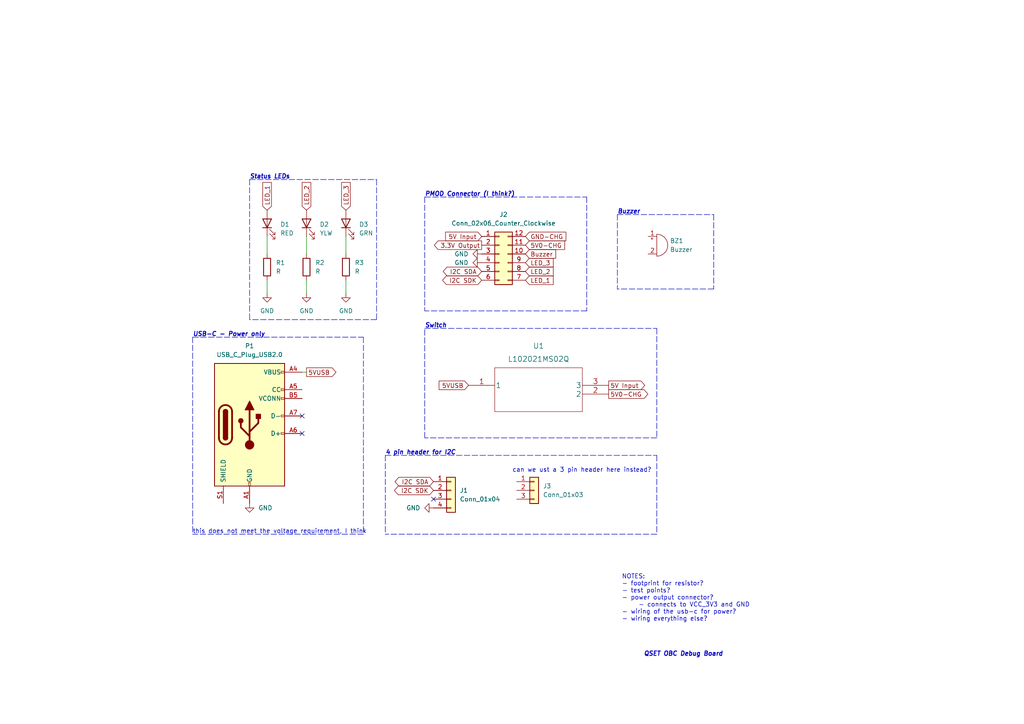
<source format=kicad_sch>
(kicad_sch (version 20211123) (generator eeschema)
  (paper "A4")
  (lib_symbols
    (symbol "Connector:USB_C_Plug_USB2.0" (pin_names (offset 1.016))
      (property "Reference" "P" (at -10.16 19.05 0))
      (property "Value" "USB_C_Plug_USB2.0" (at 12.7 19.05 0))
      (symbol "USB_C_Plug_USB2.0_0_0"
        (rectangle (start -0.254 -17.78) (end 0.254 -16.764))
        (rectangle (start 10.16 -2.286) (end 9.144 -2.794))
        (rectangle (start 10.16 2.794) (end 9.144 2.286))
        (rectangle (start 10.16 7.874) (end 9.144 7.366))
        (rectangle (start 10.16 10.414) (end 9.144 9.906))
        (rectangle (start 10.16 15.494) (end 9.144 14.986))
      )
      (symbol "USB_C_Plug_USB2.0_0_1"
        (rectangle (start -10.16 17.78) (end 10.16 -17.78) (stroke (width 0.254)) (fill (type background)))
        (arc (start -8.89 -3.81) (mid -6.985 -5.715) (end -5.08 -3.81) (stroke (width 0.508)))
        (arc (start -7.62 -3.81) (mid -6.985 -4.445) (end -6.35 -3.81) (stroke (width 0.254)))
        (arc (start -7.62 -3.81) (mid -6.985 -4.445) (end -6.35 -3.81) (stroke (width 0.254)) (fill (type outline)))
        (rectangle (start -7.62 -3.81) (end -6.35 3.81) (stroke (width 0.254)) (fill (type outline)))
        (arc (start -6.35 3.81) (mid -6.985 4.445) (end -7.62 3.81) (stroke (width 0.254)))
        (arc (start -6.35 3.81) (mid -6.985 4.445) (end -7.62 3.81) (stroke (width 0.254)) (fill (type outline)))
        (arc (start -5.08 3.81) (mid -6.985 5.715) (end -8.89 3.81) (stroke (width 0.508)))
        (circle (center -2.54 1.143) (radius 0.635) (stroke (width 0.254)) (fill (type outline)))
        (circle (center 0 -5.842) (radius 1.27) (fill (type outline)))
        (polyline (pts (xy -8.89 -3.81) (xy -8.89 3.81)) (stroke (width 0.508)))
        (polyline (pts (xy -5.08 3.81) (xy -5.08 -3.81)) (stroke (width 0.508)))
        (polyline (pts (xy 0 -5.842) (xy 0 4.318)) (stroke (width 0.508)))
        (polyline (pts (xy 0 -3.302) (xy -2.54 -0.762) (xy -2.54 0.508)) (stroke (width 0.508)))
        (polyline (pts (xy 0 -2.032) (xy 2.54 0.508) (xy 2.54 1.778)) (stroke (width 0.508)))
        (polyline (pts (xy -1.27 4.318) (xy 0 6.858) (xy 1.27 4.318) (xy -1.27 4.318)) (stroke (width 0.254)) (fill (type outline)))
        (rectangle (start 1.905 1.778) (end 3.175 3.048) (stroke (width 0.254)) (fill (type outline)))
      )
      (symbol "USB_C_Plug_USB2.0_1_1"
        (pin passive line (at 0 -22.86 90) (length 5.08) (name "GND") (number "A1"))
        (pin passive line (at 0 -22.86 90) (length 5.08) hide (name "GND") (number "A12"))
        (pin passive line (at 15.24 15.24 180) (length 5.08) (name "VBUS") (number "A4"))
        (pin bidirectional line (at 15.24 10.16 180) (length 5.08) (name "CC") (number "A5"))
        (pin bidirectional line (at 15.24 -2.54 180) (length 5.08) (name "D+") (number "A6"))
        (pin bidirectional line (at 15.24 2.54 180) (length 5.08) (name "D-") (number "A7"))
        (pin passive line (at 15.24 15.24 180) (length 5.08) hide (name "VBUS") (number "A9"))
        (pin passive line (at 0 -22.86 90) (length 5.08) hide (name "GND") (number "B1"))
        (pin passive line (at 0 -22.86 90) (length 5.08) hide (name "GND") (number "B12"))
        (pin passive line (at 15.24 15.24 180) (length 5.08) hide (name "VBUS") (number "B4"))
        (pin bidirectional line (at 15.24 7.62 180) (length 5.08) (name "VCONN") (number "B5"))
        (pin passive line (at 15.24 15.24 180) (length 5.08) hide (name "VBUS") (number "B9"))
        (pin passive line (at -7.62 -22.86 90) (length 5.08) (name "SHIELD") (number "S1"))
      )
    )
    (symbol "Connector_Generic:Conn_01x03" (pin_names (offset 1.016) hide)
      (property "Reference" "J" (at 0 5.08 0))
      (property "Value" "Conn_01x03" (at 0 -5.08 0))
      (symbol "Conn_01x03_1_1"
        (rectangle (start -1.27 -2.413) (end 0 -2.667) (stroke (width 0.1524)))
        (rectangle (start -1.27 0.127) (end 0 -0.127) (stroke (width 0.1524)))
        (rectangle (start -1.27 2.667) (end 0 2.413) (stroke (width 0.1524)))
        (rectangle (start -1.27 3.81) (end 1.27 -3.81) (stroke (width 0.254)) (fill (type background)))
        (pin passive line (at -5.08 2.54 0) (length 3.81) (name "Pin_1") (number "1"))
        (pin passive line (at -5.08 0 0) (length 3.81) (name "Pin_2") (number "2"))
        (pin passive line (at -5.08 -2.54 0) (length 3.81) (name "Pin_3") (number "3"))
      )
    )
    (symbol "Connector_Generic:Conn_01x04" (pin_names (offset 1.016) hide)
      (property "Reference" "J" (at 0 5.08 0))
      (property "Value" "Conn_01x04" (at 0 -7.62 0))
      (symbol "Conn_01x04_1_1"
        (rectangle (start -1.27 -4.953) (end 0 -5.207) (stroke (width 0.1524)))
        (rectangle (start -1.27 -2.413) (end 0 -2.667) (stroke (width 0.1524)))
        (rectangle (start -1.27 0.127) (end 0 -0.127) (stroke (width 0.1524)))
        (rectangle (start -1.27 2.667) (end 0 2.413) (stroke (width 0.1524)))
        (rectangle (start -1.27 3.81) (end 1.27 -6.35) (stroke (width 0.254)) (fill (type background)))
        (pin passive line (at -5.08 2.54 0) (length 3.81) (name "Pin_1") (number "1"))
        (pin passive line (at -5.08 0 0) (length 3.81) (name "Pin_2") (number "2"))
        (pin passive line (at -5.08 -2.54 0) (length 3.81) (name "Pin_3") (number "3"))
        (pin passive line (at -5.08 -5.08 0) (length 3.81) (name "Pin_4") (number "4"))
      )
    )
    (symbol "Connector_Generic:Conn_02x06_Counter_Clockwise" (pin_names (offset 1.016) hide)
      (property "Reference" "J" (at 1.27 7.62 0))
      (property "Value" "Conn_02x06_Counter_Clockwise" (at 1.27 -10.16 0))
      (symbol "Conn_02x06_Counter_Clockwise_1_1"
        (rectangle (start -1.27 -7.493) (end 0 -7.747) (stroke (width 0.1524)))
        (rectangle (start -1.27 -4.953) (end 0 -5.207) (stroke (width 0.1524)))
        (rectangle (start -1.27 -2.413) (end 0 -2.667) (stroke (width 0.1524)))
        (rectangle (start -1.27 0.127) (end 0 -0.127) (stroke (width 0.1524)))
        (rectangle (start -1.27 2.667) (end 0 2.413) (stroke (width 0.1524)))
        (rectangle (start -1.27 5.207) (end 0 4.953) (stroke (width 0.1524)))
        (rectangle (start -1.27 6.35) (end 3.81 -8.89) (stroke (width 0.254)) (fill (type background)))
        (rectangle (start 3.81 -7.493) (end 2.54 -7.747) (stroke (width 0.1524)))
        (rectangle (start 3.81 -4.953) (end 2.54 -5.207) (stroke (width 0.1524)))
        (rectangle (start 3.81 -2.413) (end 2.54 -2.667) (stroke (width 0.1524)))
        (rectangle (start 3.81 0.127) (end 2.54 -0.127) (stroke (width 0.1524)))
        (rectangle (start 3.81 2.667) (end 2.54 2.413) (stroke (width 0.1524)))
        (rectangle (start 3.81 5.207) (end 2.54 4.953) (stroke (width 0.1524)))
        (pin passive line (at -5.08 5.08 0) (length 3.81) (name "Pin_1") (number "1"))
        (pin passive line (at 7.62 0 180) (length 3.81) (name "Pin_10") (number "10"))
        (pin passive line (at 7.62 2.54 180) (length 3.81) (name "Pin_11") (number "11"))
        (pin passive line (at 7.62 5.08 180) (length 3.81) (name "Pin_12") (number "12"))
        (pin passive line (at -5.08 2.54 0) (length 3.81) (name "Pin_2") (number "2"))
        (pin passive line (at -5.08 0 0) (length 3.81) (name "Pin_3") (number "3"))
        (pin passive line (at -5.08 -2.54 0) (length 3.81) (name "Pin_4") (number "4"))
        (pin passive line (at -5.08 -5.08 0) (length 3.81) (name "Pin_5") (number "5"))
        (pin passive line (at -5.08 -7.62 0) (length 3.81) (name "Pin_6") (number "6"))
        (pin passive line (at 7.62 -7.62 180) (length 3.81) (name "Pin_7") (number "7"))
        (pin passive line (at 7.62 -5.08 180) (length 3.81) (name "Pin_8") (number "8"))
        (pin passive line (at 7.62 -2.54 180) (length 3.81) (name "Pin_9") (number "9"))
      )
    )
    (symbol "Daughterboard_Symbols:L102021MS02Q" (pin_names (offset 0.254))
      (property "Reference" "U" (at 20.32 10.16 0))
      (property "Value" "L102021MS02Q" (at 20.32 7.62 0))
      (symbol "L102021MS02Q_1_1"
        (polyline (pts (xy 7.62 -7.62) (xy 33.02 -7.62)) (stroke (width 0.127)))
        (polyline (pts (xy 7.62 5.08) (xy 7.62 -7.62)) (stroke (width 0.127)))
        (polyline (pts (xy 33.02 -7.62) (xy 33.02 5.08)) (stroke (width 0.127)))
        (polyline (pts (xy 33.02 5.08) (xy 7.62 5.08)) (stroke (width 0.127)))
        (pin unspecified line (at 0 0 0) (length 7.62) (name "1") (number "1"))
        (pin unspecified line (at 40.64 -2.54 180) (length 7.62) (name "2") (number "2"))
        (pin unspecified line (at 40.64 0 180) (length 7.62) (name "3") (number "3"))
      )
    )
    (symbol "Device:Buzzer" (pin_names (offset 0.0254) hide)
      (property "Reference" "BZ" (at 3.81 1.27 0))
      (property "Value" "Buzzer" (at 3.81 -1.27 0))
      (symbol "Buzzer_0_1"
        (arc (start 0 -3.175) (mid 3.175 0) (end 0 3.175))
        (polyline (pts (xy -1.651 1.905) (xy -1.143 1.905)))
        (polyline (pts (xy -1.397 2.159) (xy -1.397 1.651)))
        (polyline (pts (xy 0 3.175) (xy 0 -3.175)))
      )
      (symbol "Buzzer_1_1"
        (pin passive line (at -2.54 2.54 0) (length 2.54) (name "-") (number "1"))
        (pin passive line (at -2.54 -2.54 0) (length 2.54) (name "+") (number "2"))
      )
    )
    (symbol "Device:LED" (pin_numbers hide) (pin_names (offset 1.016) hide)
      (property "Reference" "D" (at 0 2.54 0))
      (property "Value" "LED" (at 0 -2.54 0))
      (symbol "LED_0_1"
        (polyline (pts (xy -1.27 -1.27) (xy -1.27 1.27)) (stroke (width 0.254)))
        (polyline (pts (xy -1.27 0) (xy 1.27 0)))
        (polyline (pts (xy 1.27 -1.27) (xy 1.27 1.27) (xy -1.27 0) (xy 1.27 -1.27)) (stroke (width 0.254)))
        (polyline (pts (xy -3.048 -0.762) (xy -4.572 -2.286) (xy -3.81 -2.286) (xy -4.572 -2.286) (xy -4.572 -1.524)))
        (polyline (pts (xy -1.778 -0.762) (xy -3.302 -2.286) (xy -2.54 -2.286) (xy -3.302 -2.286) (xy -3.302 -1.524)))
      )
      (symbol "LED_1_1"
        (pin passive line (at -3.81 0 0) (length 2.54) (name "K") (number "1"))
        (pin passive line (at 3.81 0 180) (length 2.54) (name "A") (number "2"))
      )
    )
    (symbol "Device:R" (pin_numbers hide) (pin_names (offset 0))
      (property "Reference" "R" (at 2.032 0 90))
      (property "Value" "R" (at 0 0 90))
      (symbol "R_0_1"
        (rectangle (start -1.016 -2.54) (end 1.016 2.54) (stroke (width 0.254)))
      )
      (symbol "R_1_1"
        (pin passive line (at 0 3.81 270) (length 1.27) (name "~") (number "1"))
        (pin passive line (at 0 -3.81 90) (length 1.27) (name "~") (number "2"))
      )
    )
    (symbol "power:GND" (power) (pin_names (offset 0))
      (property "Value" "GND" (at 0 -3.81 0))
      (symbol "GND_0_1"
        (polyline (pts (xy 0 0) (xy 0 -1.27) (xy 1.27 -1.27) (xy 0 -2.54) (xy -1.27 -1.27) (xy 0 -1.27)))
      )
      (symbol "GND_1_1"
        (pin power_in line (at 0 0 270) (length 0) hide (name "GND") (number "1"))
      )
    )
  )
  (no_connect (at 87.63 125.73))
  (no_connect (at 125.73 144.78))
  (no_connect (at 87.63 120.65))
  (polyline (pts (xy 179.07 62.23) (xy 207.01 62.23)))
  (polyline (pts (xy 55.88 97.79) (xy 55.88 154.94)))
  (polyline (pts (xy 111.76 132.08) (xy 111.76 154.94)))
  (polyline (pts (xy 72.39 52.07) (xy 109.22 52.07)))
  (polyline (pts (xy 123.19 95.25) (xy 190.5 95.25)))
  (wire (pts (xy 88.9 68.58) (xy 88.9 73.66)))
  (polyline (pts (xy 179.07 62.23) (xy 179.07 83.82)))
  (wire (pts (xy 77.47 68.58) (xy 77.47 73.66)))
  (wire (pts (xy 100.33 68.58) (xy 100.33 73.66)))
  (polyline (pts (xy 190.5 95.25) (xy 190.5 127)))
  (wire (pts (xy 100.33 85.09) (xy 100.33 81.28)))
  (polyline (pts (xy 111.76 132.08) (xy 190.5 132.08)))
  (polyline (pts (xy 190.5 127) (xy 123.19 127)))
  (wire (pts (xy 88.9 107.95) (xy 87.63 107.95)))
  (wire (pts (xy 77.47 85.09) (xy 77.47 81.28)))
  (polyline (pts (xy 190.5 154.94) (xy 111.76 154.94)))
  (polyline (pts (xy 55.88 97.79) (xy 105.41 97.79)))
  (polyline (pts (xy 170.18 57.15) (xy 170.18 90.17)))
  (polyline (pts (xy 109.22 52.07) (xy 109.22 92.71)))
  (polyline (pts (xy 109.22 92.71) (xy 72.39 92.71)))
  (polyline (pts (xy 190.5 132.08) (xy 190.5 154.94)))
  (polyline (pts (xy 72.39 52.07) (xy 72.39 92.71)))
  (polyline (pts (xy 207.01 83.82) (xy 179.07 83.82)))
  (polyline (pts (xy 123.19 127) (xy 123.19 95.25)))
  (polyline (pts (xy 105.41 154.94) (xy 55.88 154.94)))
  (polyline (pts (xy 123.19 57.15) (xy 170.18 57.15)))
  (wire (pts (xy 88.9 85.09) (xy 88.9 81.28)))
  (polyline (pts (xy 105.41 97.79) (xy 105.41 154.94)))
  (polyline (pts (xy 170.18 90.17) (xy 123.19 90.17)))
  (polyline (pts (xy 207.01 62.23) (xy 207.01 83.82)))
  (polyline (pts (xy 123.19 57.15) (xy 123.19 90.17)))
  (text "Status LEDs\n" (at 72.39 52.07 0) (effects (font (size 1.27 1.27) (thickness 0.254) bold italic) (justify left bottom)))
  (text "Buzzer" (at 179.07 62.23 0) (effects (font (size 1.27 1.27) bold italic) (justify left bottom)))
  (text "can we ust a 3 pin header here instead?\n" (at 148.59 137.16 0) (effects (font (size 1.27 1.27)) (justify left bottom)))
  (text "Switch" (at 123.19 95.25 0) (effects (font (size 1.27 1.27) (thickness 0.254) bold italic) (justify left bottom)))
  (text "PMOD Connector (I think?)\n" (at 123.19 57.15 0) (effects (font (size 1.27 1.27) bold italic) (justify left bottom)))
  (text "NOTES: \n- footprint for resistor?\n- test points?\n- power output connector?\n	- connects to VCC_3V3 and GND\n- wiring of the usb-c for power?\n- wiring everything else?\n" (at 180.34 180.34 0) (effects (font (size 1.27 1.27)) (justify left bottom)))
  (text "this does not meet the voltage requirement, I think" (at 55.88 154.94 0) (effects (font (size 1.27 1.27)) (justify left bottom)))
  (text "USB-C - Power only\n" (at 55.88 97.79 0) (effects (font (size 1.27 1.27) (thickness 0.254) bold italic) (justify left bottom)))
  (text "QSET OBC Debug Board" (at 186.69 190.5 0) (effects (font (size 1.27 1.27) (thickness 0.254) bold italic) (justify left bottom)))
  (text "4 pin header for I2C\n" (at 111.76 132.08 0) (effects (font (size 1.27 1.27) (thickness 0.254) bold italic) (justify left bottom)))
  (global_label "I2C SDK" (shape bidirectional) (at 139.7 81.28 180) (property "Intersheet References" "${INTERSHEET_REFS}" (effects hide)))
  (global_label "LED_3" (shape input) (at 152.4 76.2 0) (property "Intersheet References" "${INTERSHEET_REFS}" (effects hide)))
  (global_label "I2C SDK" (shape bidirectional) (at 125.73 142.24 180) (property "Intersheet References" "${INTERSHEET_REFS}" (effects hide)))
  (global_label "I2C SDA" (shape bidirectional) (at 139.7 78.74 180) (property "Intersheet References" "${INTERSHEET_REFS}" (effects hide)))
  (global_label "LED_2" (shape input) (at 152.4 78.74 0) (property "Intersheet References" "${INTERSHEET_REFS}" (effects hide)))
  (global_label "LED_1" (shape input) (at 152.4 81.28 0) (property "Intersheet References" "${INTERSHEET_REFS}" (effects hide)))
  (global_label "LED_1" (shape input) (at 77.47 60.96 90) (property "Intersheet References" "${INTERSHEET_REFS}" (effects hide)))
  (global_label "5VUSB" (shape input) (at 135.89 111.76 180) (property "Intersheet References" "${INTERSHEET_REFS}" (effects hide)))
  (global_label "5VUSB" (shape output) (at 88.9 107.95 0) (property "Intersheet References" "${INTERSHEET_REFS}" (effects hide)))
  (global_label "5V0-CHG" (shape output) (at 176.53 114.3 0) (property "Intersheet References" "${INTERSHEET_REFS}" (effects hide)))
  (global_label "LED_3" (shape input) (at 100.33 60.96 90) (property "Intersheet References" "${INTERSHEET_REFS}" (effects hide)))
  (global_label "3.3V Output" (shape output) (at 139.7 71.12 180) (property "Intersheet References" "${INTERSHEET_REFS}" (effects hide)))
  (global_label "Buzzer" (shape input) (at 152.4 73.66 0) (property "Intersheet References" "${INTERSHEET_REFS}" (effects hide)))
  (global_label "5V Input" (shape input) (at 139.7 68.58 180) (property "Intersheet References" "${INTERSHEET_REFS}" (effects hide)))
  (global_label "5V0-CHG" (shape input) (at 152.4 71.12 0) (property "Intersheet References" "${INTERSHEET_REFS}" (effects hide)))
  (global_label "LED_2" (shape input) (at 88.9 60.96 90) (property "Intersheet References" "${INTERSHEET_REFS}" (effects hide)))
  (global_label "I2C SDA" (shape bidirectional) (at 125.73 139.7 180) (property "Intersheet References" "${INTERSHEET_REFS}" (effects hide)))
  (global_label "GND-CHG" (shape input) (at 152.4 68.58 0) (property "Intersheet References" "${INTERSHEET_REFS}" (effects hide)))
  (global_label "5V Input" (shape output) (at 176.53 111.76 0) (property "Intersheet References" "${INTERSHEET_REFS}" (effects hide)))
  (symbol (lib_id "Device:LED") (at 77.47 64.77 90) (unit 1)
    (property "Reference" "D1" (at 81.28 65.0874 90) (effects (justify right)))
    (property "Value" "RED" (at 81.28 67.6274 90) (effects (justify right)))
    (property "Footprint" "LED_THT:LED_D3.0mm" (effects hide))
  )
  (symbol (lib_id "Connector_Generic:Conn_01x03") (at 154.94 142.24 0) (unit 1)
    (property "Reference" "J3" (at 157.48 140.9699 0) (effects (justify left)))
    (property "Value" "Conn_01x03" (at 157.48 143.5099 0) (effects (justify left)))
  )
  (symbol (lib_id "Device:LED") (at 88.9 64.77 90) (unit 1)
    (property "Reference" "D2" (at 92.71 65.0874 90) (effects (justify right)))
    (property "Value" "YLW" (at 92.71 67.6274 90) (effects (justify right)))
    (property "Footprint" "LED_THT:LED_D3.0mm" (effects hide))
  )
  (symbol (lib_id "Device:R") (at 100.33 77.47 0) (unit 1)
    (property "Reference" "R3" (at 102.87 76.1999 0) (effects (justify left)))
    (property "Value" "R" (at 102.87 78.7399 0) (effects (justify left)))
  )
  (symbol (lib_id "Device:R") (at 88.9 77.47 0) (unit 1)
    (property "Reference" "R2" (at 91.44 76.1999 0) (effects (justify left)))
    (property "Value" "R" (at 91.44 78.7399 0) (effects (justify left)))
  )
  (symbol (lib_id "power:GND") (at 100.33 85.09 0) (unit 1)
    (property "Reference" "#PWR03" (effects hide))
    (property "Value" "GND" (at 100.33 90.17 0))
  )
  (symbol (lib_id "Device:R") (at 77.47 77.47 0) (unit 1)
    (property "Reference" "R1" (at 80.01 76.1999 0) (effects (justify left)))
    (property "Value" "R" (at 80.01 78.7399 0) (effects (justify left)))
  )
  (symbol (lib_id "Connector:USB_C_Plug_USB2.0") (at 72.39 123.19 0) (unit 1)
    (property "Reference" "P1" (at 72.39 100.33 0))
    (property "Value" "USB_C_Plug_USB2.0" (at 72.39 102.87 0))
    (property "Footprint" "Connector_USB:USB_C_Receptacle_JAE_DX07S016JA1R1500" (effects hide))
    (property "Datasheet" "https://www.usb.org/sites/default/files/documents/usb_type-c.zip" (effects hide))
  )
  (symbol (lib_id "Device:Buzzer") (at 190.5 71.12 0) (unit 1)
    (property "Reference" "BZ1" (at 194.31 69.8499 0) (effects (justify left)))
    (property "Value" "Buzzer" (at 194.31 72.3899 0) (effects (justify left)))
    (property "Footprint" "Daughterboard_footprints:XDCR_CMT-8504-100-SMT-TR" (effects hide))
  )
  (symbol (lib_id "Connector_Generic:Conn_01x04") (at 130.81 142.24 0) (unit 1)
    (property "Reference" "J1" (at 133.35 142.2399 0) (effects (justify left)))
    (property "Value" "Conn_01x04" (at 133.35 144.7799 0) (effects (justify left)))
    (property "Footprint" "Connector_PinHeader_2.54mm:PinHeader_1x04_P2.54mm_Horizontal" (effects hide))
  )
  (symbol (lib_id "power:GND") (at 125.73 147.32 270) (unit 1)
    (property "Reference" "#PWR04" (effects hide))
    (property "Value" "GND" (at 121.92 147.3199 90) (effects (justify right)))
  )
  (symbol (lib_id "power:GND") (at 88.9 85.09 0) (unit 1)
    (property "Reference" "#PWR02" (effects hide))
    (property "Value" "GND" (at 88.9 90.17 0))
  )
  (symbol (lib_id "power:GND") (at 72.39 146.05 0) (unit 1)
    (property "Reference" "#PWR?" (effects hide))
    (property "Value" "GND" (at 74.93 147.3199 0) (effects (justify left)))
  )
  (symbol (lib_id "Device:LED") (at 100.33 64.77 90) (unit 1)
    (property "Reference" "D3" (at 104.14 65.0874 90) (effects (justify right)))
    (property "Value" "GRN" (at 104.14 67.6274 90) (effects (justify right)))
    (property "Footprint" "LED_THT:LED_D3.0mm" (effects hide))
  )
  (symbol (lib_id "power:GND") (at 77.47 85.09 0) (unit 1)
    (property "Reference" "#PWR01" (effects hide))
    (property "Value" "GND" (at 77.47 90.17 0))
  )
  (symbol (lib_id "Connector_Generic:Conn_02x06_Counter_Clockwise") (at 144.78 73.66 0) (unit 1)
    (property "Reference" "J2" (at 146.05 62.23 0))
    (property "Value" "Conn_02x06_Counter_Clockwise" (at 146.05 64.77 0))
    (property "Footprint" "Connector_PinHeader_2.54mm:PinHeader_2x06_P2.54mm_Horizontal" (effects hide))
  )
  (symbol (lib_id "Daughterboard_Symbols:L102021MS02Q") (at 135.89 111.76 0) (unit 1)
    (property "Reference" "U1" (at 156.21 100.33 0) (effects (font (size 1.524 1.524))))
    (property "Value" "L102021MS02Q" (at 156.21 104.14 0) (effects (font (size 1.524 1.524))))
    (property "Footprint" "Daughterboard_footprints:L102021MS02Q" (effects hide))
  )
  (symbol (lib_id "power:GND") (at 139.7 76.2 270) (unit 1)
    (property "Reference" "#PWR06" (effects hide))
    (property "Value" "GND" (at 135.89 76.1999 90) (effects (justify right)))
  )
  (symbol (lib_id "power:GND") (at 139.7 73.66 270) (unit 1)
    (property "Reference" "#PWR05" (effects hide))
    (property "Value" "GND" (at 135.89 73.6599 90) (effects (justify right)))
  )
)
</source>
